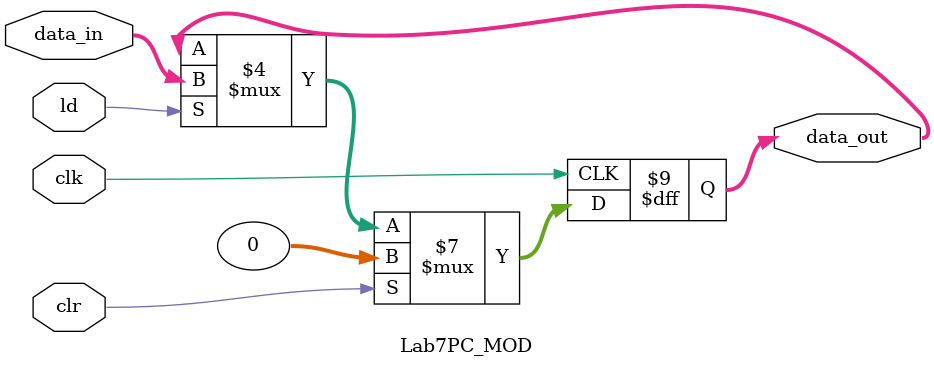
<source format=v>
`timescale 1ns / 1ps
`default_nettype none


module Lab7PC_MOD #(parameter n=32) (
    input wire [n-1:0] data_in,
    input wire clk, 
	input wire clr, 
	input wire ld, 
    output reg [n-1:0] data_out  ); 

    
    always @(posedge clk)
    begin 
       if (clr == 1)       // asynch clr
          data_out <= 0;
       else if (ld == 1)   // synch load
          data_out <= data_in; 
    end
    
endmodule

`default_nettype wire


</source>
